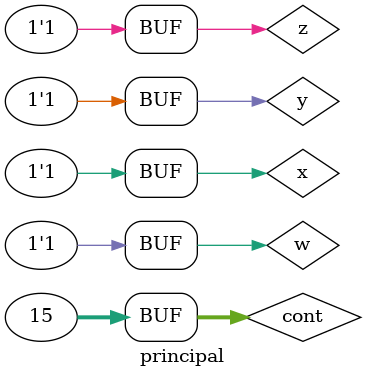
<source format=v>
/*
 * Nome: Diego Da Silva Ferreira
 * Matricula: 71 06 78
 *
 * Construir os mapas de Veitch-Karnaugh e simplificar as funções lógicas abaixo
 * e verificar pelas respectivas tabelas-verdades implementadas em Verilog: 
 * 
 *
 * 10.) Identificar as equações características dos circuitos lógicos abaixo e
 * simplifica-las pelo mapa de Veitch-Karnaugh usando MAXTERMOS.
 * Descrever e simular o circuito simplificado em Verilog e Logisim.
 * 
 * */

module letra_a (output resp, input x , input y , input w , input z);

	assign resp = (~x | ~y) & (~x | y) & (~w | ~z | ~y);

/*
mapa de karnaugh

------------------------------------
    wz |      |      |      |      |
 xy    |  00  |  01  |  11  |  10  |
------------------------------------
   00  |      |      |      |      |
------------------------------------
   01  |      |      |  0   |      |
------------------------------------
   11  |  0   |  0   |  0   |  0   |  
------------------------------------
   10  |  0   |  0   |  0   |  0   |
------------------------------------


*/

endmodule//end letra_a

module principal;

	integer cont;
	reg x , y, w , z;
	wire a;
	letra_a novo1 (a , x, y, w , z);	
	
	initial 
	begin : main

		cont = 0; x = 1'b0; y = 1'b0; w = 1'b0; z = 1'b0;


		$display (" *  | x | y | w | z | A |");
		$monitor (" %2d | %1b | %1b | %1b | %1b | %1b |" 
		, cont, x, y, w, z, a);



		#1 cont = 1; x = 1'b0; y = 1'b0; w = 1'b0; z = 1'b1;
		#1 cont = 2; x = 1'b0; y = 1'b0; w = 1'b1; z = 1'b0;
		#1 cont = 3; x = 1'b0; y = 1'b0; w = 1'b1; z = 1'b1;


		#1 cont = 4; x = 1'b0; y = 1'b1; w = 1'b0; z = 1'b0;
		#1 cont = 5; x = 1'b0; y = 1'b1; w = 1'b0; z = 1'b1;
		#1 cont = 6; x = 1'b0; y = 1'b1; w = 1'b1; z = 1'b0;
		#1 cont = 7; x = 1'b0; y = 1'b1; w = 1'b1; z = 1'b1;


		#1 cont = 8;  x = 1'b1; y = 1'b0; w = 1'b0; z = 1'b0;
		#1 cont = 9;  x = 1'b1; y = 1'b0; w = 1'b0; z = 1'b1;
		#1 cont = 10; x = 1'b1; y = 1'b0; w = 1'b1; z = 1'b0;
		#1 cont = 11; x = 1'b1; y = 1'b0; w = 1'b1; z = 1'b1;


		#1 cont = 12; x = 1'b1; y = 1'b1; w = 1'b0; z = 1'b0;
		#1 cont = 13; x = 1'b1; y = 1'b1; w = 1'b0; z = 1'b1;
		#1 cont = 14; x = 1'b1; y = 1'b1; w = 1'b1; z = 1'b0;
		#1 cont = 15; x = 1'b1; y = 1'b1; w = 1'b1; z = 1'b1;



	end//end main
endmodule//end principal
/*
teste:

 *  | x | y | w | z | A |
  0 | 0 | 0 | 0 | 0 | 1 |
  1 | 0 | 0 | 0 | 1 | 1 |
  2 | 0 | 0 | 1 | 0 | 1 |
  3 | 0 | 0 | 1 | 1 | 1 |
  4 | 0 | 1 | 0 | 0 | 1 |
  5 | 0 | 1 | 0 | 1 | 1 |
  6 | 0 | 1 | 1 | 0 | 1 |
  7 | 0 | 1 | 1 | 1 | 0 |
  8 | 1 | 0 | 0 | 0 | 0 |
  9 | 1 | 0 | 0 | 1 | 0 |
 10 | 1 | 0 | 1 | 0 | 0 |
 11 | 1 | 0 | 1 | 1 | 0 |
 12 | 1 | 1 | 0 | 0 | 0 |
 13 | 1 | 1 | 0 | 1 | 0 |
 14 | 1 | 1 | 1 | 0 | 0 |
 15 | 1 | 1 | 1 | 1 | 0 |

*/







</source>
